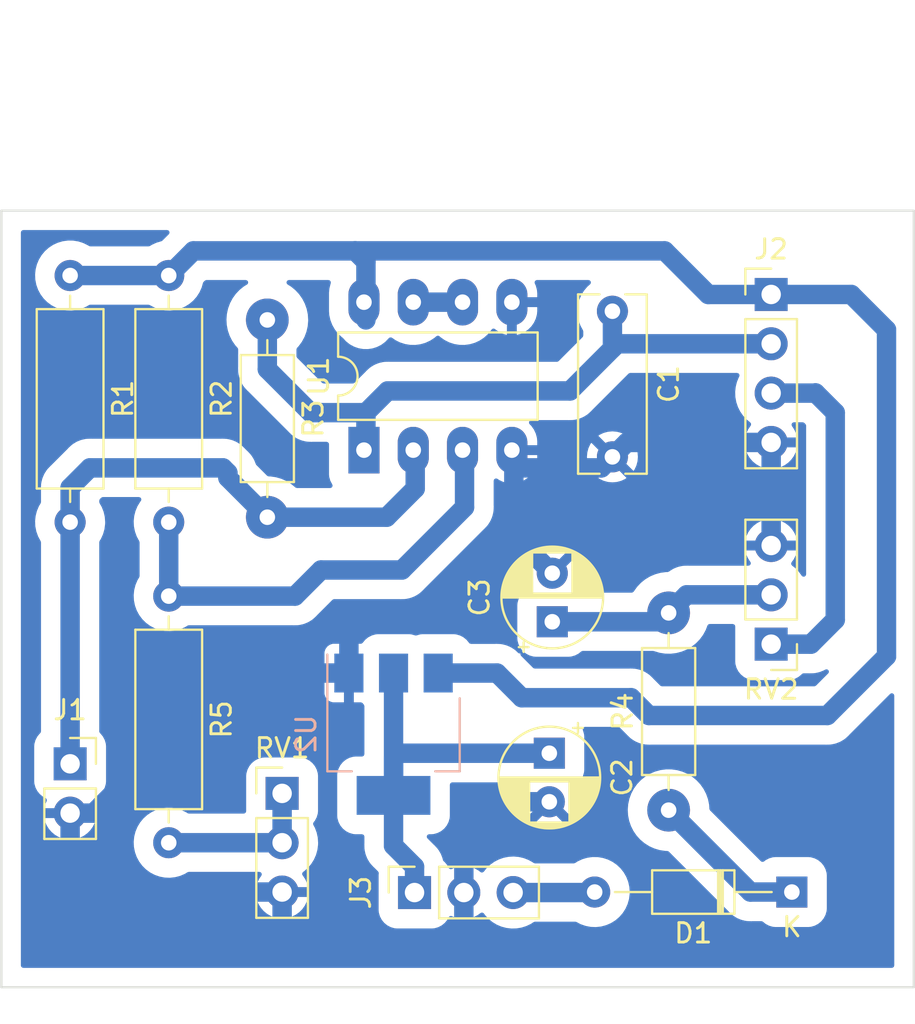
<source format=kicad_pcb>
(kicad_pcb (version 20211014) (generator pcbnew)
  (layers (0 "F.Cu" signal) (31 "B.Cu" signal) (34 "B.Paste" user) (35 "F.Paste" user) (36 "B.SilkS" user "B.Silkscreen") (37 "F.SilkS" user "F.Silkscreen") (38 "B.Mask" user) (39 "F.Mask" user) (44 "Edge.Cuts" user))
  (net 0 "")
  (net 1 "Net-(U1-Pad1)")
  (net 2 "Net-(J3-Pad1)")
  (net 3 "Net-(C3-Pad1)")
  (net 4 "Net-(D1-Pad2)")
  (net 5 "Net-(D1-Pad1)")
  (net 6 "Net-(R1-Pad2)")
  (net 7 "Net-(R1-Pad1)")
  (net 8 "Net-(J2-Pad3)")
  (net 9 "Net-(U1-Pad3)")
  (net 10 "GND")
  (net 11 "Net-(U1-Pad6)")
  (net 12 "Net-(RV1-Pad1)")
  (footprint "Connector_PinHeader_2.54mm:PinHeader_1x04_P2.54mm_Vertical" (layer "F.Cu") (at 149.6568 86.3192)
    (fp_text reference "J2" (at 0 -2.33) (layer "F.SilkS"))
    (fp_text value "OUT")
    (fp_line (start -1.33 0) (end -1.33 -1.33) (layer "F.SilkS") (width 0.12))
    (fp_line (start -1.33 1.27) (end -1.33 8.95) (layer "F.SilkS") (width 0.12))
    (fp_line (start -1.33 -1.33) (end 0 -1.33) (layer "F.SilkS") (width 0.12))
    (fp_line (start -1.33 8.95) (end 1.33 8.95) (layer "F.SilkS") (width 0.12))
    (fp_line (start 1.33 1.27) (end 1.33 8.95) (layer "F.SilkS") (width 0.12))
    (fp_line (start -1.33 1.27) (end 1.33 1.27) (layer "F.SilkS") (width 0.12))
    (pad "1" thru_hole rect (at 0 0) (size 1.7 1.7) (drill 1) (layers *.Cu *.Mask) (net 7 "Net-(R1-Pad1)"))
    (pad "2" thru_hole oval (at 0 2.54) (size 1.7 1.7) (drill 1) (layers *.Cu *.Mask) (net 1 "Net-(U1-Pad1)"))
    (pad "3" thru_hole oval (at 0 5.08) (size 1.7 1.7) (drill 1) (layers *.Cu *.Mask) (net 8 "Net-(J2-Pad3)"))
    (pad "4" thru_hole oval (at 0 7.62) (size 1.7 1.7) (drill 1) (layers *.Cu *.Mask) (net 10 "GND"))
  )
  (footprint "Capacitor_THT:CP_Radial_D5.0mm_P2.50mm" (layer "F.Cu") (at 138.3792 103.1748 90)
    (fp_text reference "C3" (at 1.25 -3.75 90) (layer "F.SilkS"))
    (fp_text value "47uF 16 V")
    (fp_line (start 2.051 1.04) (end 2.051 2.455) (layer "F.SilkS") (width 0.12))
    (fp_line (start 1.57 -2.561) (end 1.57 -1.04) (layer "F.SilkS") (width 0.12))
    (fp_line (start 3.171 1.04) (end 3.171 1.743) (layer "F.SilkS") (width 0.12))
    (fp_line (start 2.411 1.04) (end 2.411 2.31) (layer "F.SilkS") (width 0.12))
    (fp_line (start 2.371 1.04) (end 2.371 2.329) (layer "F.SilkS") (width 0.12))
    (fp_line (start 2.011 -2.468) (end 2.011 -1.04) (layer "F.SilkS") (width 0.12))
    (fp_line (start 2.611 -2.2) (end 2.611 -1.04) (layer "F.SilkS") (width 0.12))
    (fp_line (start 1.49 -2.569) (end 1.49 -1.04) (layer "F.SilkS") (width 0.12))
    (fp_line (start 2.531 1.04) (end 2.531 2.247) (layer "F.SilkS") (width 0.12))
    (fp_line (start -1.304775 -1.725) (end -1.304775 -1.225) (layer "F.SilkS") (width 0.12))
    (fp_line (start 2.491 1.04) (end 2.491 2.268) (layer "F.SilkS") (width 0.12))
    (fp_line (start 1.81 1.04) (end 1.81 2.52) (layer "F.SilkS") (width 0.12))
    (fp_line (start 2.211 -2.398) (end 2.211 -1.04) (layer "F.SilkS") (width 0.12))
    (fp_line (start 2.491 -2.268) (end 2.491 -1.04) (layer "F.SilkS") (width 0.12))
    (fp_line (start 1.65 -2.55) (end 1.65 -1.04) (layer "F.SilkS") (width 0.12))
    (fp_line (start 3.731 -0.805) (end 3.731 0.805) (layer "F.SilkS") (width 0.12))
    (fp_line (start 3.091 -1.826) (end 3.091 -1.04) (layer "F.SilkS") (width 0.12))
    (fp_line (start 3.411 -1.443) (end 3.411 -1.04) (layer "F.SilkS") (width 0.12))
    (fp_line (start 2.851 1.04) (end 2.851 2.035) (layer "F.SilkS") (width 0.12))
    (fp_line (start 3.131 1.04) (end 3.131 1.785) (layer "F.SilkS") (width 0.12))
    (fp_line (start 3.491 -1.319) (end 3.491 -1.04) (layer "F.SilkS") (width 0.12))
    (fp_line (start 1.53 -2.565) (end 1.53 -1.04) (layer "F.SilkS") (width 0.12))
    (fp_line (start 2.931 -1.971) (end 2.931 -1.04) (layer "F.SilkS") (width 0.12))
    (fp_line (start 3.211 -1.699) (end 3.211 -1.04) (layer "F.SilkS") (width 0.12))
    (fp_line (start 1.77 -2.528) (end 1.77 -1.04) (layer "F.SilkS") (width 0.12))
    (fp_line (start 3.611 -1.098) (end 3.611 1.098) (layer "F.SilkS") (width 0.12))
    (fp_line (start 2.251 1.04) (end 2.251 2.382) (layer "F.SilkS") (width 0.12))
    (fp_line (start 1.37 -2.578) (end 1.37 2.578) (layer "F.SilkS") (width 0.12))
    (fp_line (start 3.171 -1.743) (end 3.171 -1.04) (layer "F.SilkS") (width 0.12))
    (fp_line (start 2.451 1.04) (end 2.451 2.29) (layer "F.SilkS") (width 0.12))
    (fp_line (start 3.531 -1.251) (end 3.531 -1.04) (layer "F.SilkS") (width 0.12))
    (fp_line (start 1.77 1.04) (end 1.77 2.528) (layer "F.SilkS") (width 0.12))
    (fp_line (start 2.651 1.04) (end 2.651 2.175) (layer "F.SilkS") (width 0.12))
    (fp_line (start 2.171 -2.414) (end 2.171 -1.04) (layer "F.SilkS") (width 0.12))
    (fp_line (start 1.73 -2.536) (end 1.73 -1.04) (layer "F.SilkS") (width 0.12))
    (fp_line (start 3.371 1.04) (end 3.371 1.5) (layer "F.SilkS") (width 0.12))
    (fp_line (start 3.691 -0.915) (end 3.691 0.915) (layer "F.SilkS") (width 0.12))
    (fp_line (start 3.251 1.04) (end 3.251 1.653) (layer "F.SilkS") (width 0.12))
    (fp_line (start 1.41 -2.576) (end 1.41 2.576) (layer "F.SilkS") (width 0.12))
    (fp_line (start 2.691 1.04) (end 2.691 2.149) (layer "F.SilkS") (width 0.12))
    (fp_line (start 3.531 1.04) (end 3.531 1.251) (layer "F.SilkS") (width 0.12))
    (fp_line (start 1.29 -2.58) (end 1.29 2.58) (layer "F.SilkS") (width 0.12))
    (fp_line (start 2.051 -2.455) (end 2.051 -1.04) (layer "F.SilkS") (width 0.12))
    (fp_line (start 2.171 1.04) (end 2.171 2.414) (layer "F.SilkS") (width 0.12))
    (fp_line (start 1.89 1.04) (end 1.89 2.501) (layer "F.SilkS") (width 0.12))
    (fp_line (start 2.931 1.04) (end 2.931 1.971) (layer "F.SilkS") (width 0.12))
    (fp_line (start 3.651 -1.011) (end 3.651 1.011) (layer "F.SilkS") (width 0.12))
    (fp_line (start 3.451 1.04) (end 3.451 1.383) (layer "F.SilkS") (width 0.12))
    (fp_line (start 1.61 -2.556) (end 1.61 -1.04) (layer "F.SilkS") (width 0.12))
    (fp_line (start 3.011 -1.901) (end 3.011 -1.04) (layer "F.SilkS") (width 0.12))
    (fp_line (start 2.531 -2.247) (end 2.531 -1.04) (layer "F.SilkS") (width 0.12))
    (fp_line (start 3.051 -1.864) (end 3.051 -1.04) (layer "F.SilkS") (width 0.12))
    (fp_line (start 1.25 -2.58) (end 1.25 2.58) (layer "F.SilkS") (width 0.12))
    (fp_line (start 2.091 -2.442) (end 2.091 -1.04) (layer "F.SilkS") (width 0.12))
    (fp_line (start 3.371 -1.5) (end 3.371 -1.04) (layer "F.SilkS") (width 0.12))
    (fp_line (start 2.211 1.04) (end 2.211 2.398) (layer "F.SilkS") (width 0.12))
    (fp_line (start 1.65 1.04) (end 1.65 2.55) (layer "F.SilkS") (width 0.12))
    (fp_line (start 2.771 -2.095) (end 2.771 -1.04) (layer "F.SilkS") (width 0.12))
    (fp_line (start 1.69 1.04) (end 1.69 2.543) (layer "F.SilkS") (width 0.12))
    (fp_line (start 2.331 1.04) (end 2.331 2.348) (layer "F.SilkS") (width 0.12))
    (fp_line (start 1.85 1.04) (end 1.85 2.511) (layer "F.SilkS") (width 0.12))
    (fp_line (start 3.851 -0.284) (end 3.851 0.284) (layer "F.SilkS") (width 0.12))
    (fp_line (start 2.971 -1.937) (end 2.971 -1.04) (layer "F.SilkS") (width 0.12))
    (fp_line (start 3.211 1.04) (end 3.211 1.699) (layer "F.SilkS") (width 0.12))
    (fp_line (start 2.691 -2.149) (end 2.691 -1.04) (layer "F.SilkS") (width 0.12))
    (fp_line (start 1.53 1.04) (end 1.53 2.565) (layer "F.SilkS") (width 0.12))
    (fp_line (start 2.571 1.04) (end 2.571 2.224) (layer "F.SilkS") (width 0.12))
    (fp_line (start 1.93 -2.491) (end 1.93 -1.04) (layer "F.SilkS") (width 0.12))
    (fp_line (start 2.651 -2.175) (end 2.651 -1.04) (layer "F.SilkS") (width 0.12))
    (fp_line (start 1.73 1.04) (end 1.73 2.536) (layer "F.SilkS") (width 0.12))
    (fp_line (start 2.291 1.04) (end 2.291 2.365) (layer "F.SilkS") (width 0.12))
    (fp_line (start 3.051 1.04) (end 3.051 1.864) (layer "F.SilkS") (width 0.12))
    (fp_line (start 3.251 -1.653) (end 3.251 -1.04) (layer "F.SilkS") (width 0.12))
    (fp_line (start -1.554775 -1.475) (end -1.054775 -1.475) (layer "F.SilkS") (width 0.12))
    (fp_line (start 2.731 1.04) (end 2.731 2.122) (layer "F.SilkS") (width 0.12))
    (fp_line (start 1.971 1.04) (end 1.971 2.48) (layer "F.SilkS") (width 0.12))
    (fp_line (start 3.131 -1.785) (end 3.131 -1.04) (layer "F.SilkS") (width 0.12))
    (fp_line (start 3.091 1.04) (end 3.091 1.826) (layer "F.SilkS") (width 0.12))
    (fp_line (start 3.411 1.04) (end 3.411 1.443) (layer "F.SilkS") (width 0.12))
    (fp_line (start 2.131 1.04) (end 2.131 2.428) (layer "F.SilkS") (width 0.12))
    (fp_line (start 2.411 -2.31) (end 2.411 -1.04) (layer "F.SilkS") (width 0.12))
    (fp_line (start 3.291 1.04) (end 3.291 1.605) (layer "F.SilkS") (width 0.12))
    (fp_line (start 2.971 1.04) (end 2.971 1.937) (layer "F.SilkS") (width 0.12))
    (fp_line (start 2.131 -2.428) (end 2.131 -1.04) (layer "F.SilkS") (width 0.12))
    (fp_line (start 1.81 -2.52) (end 1.81 -1.04) (layer "F.SilkS") (width 0.12))
    (fp_line (start 1.57 1.04) (end 1.57 2.561) (layer "F.SilkS") (width 0.12))
    (fp_line (start 2.091 1.04) (end 2.091 2.442) (layer "F.SilkS") (width 0.12))
    (fp_line (start 2.571 -2.224) (end 2.571 -1.04) (layer "F.SilkS") (width 0.12))
    (fp_line (start 1.61 1.04) (end 1.61 2.556) (layer "F.SilkS") (width 0.12))
    (fp_line (start 2.771 1.04) (end 2.771 2.095) (layer "F.SilkS") (width 0.12))
    (fp_line (start 3.771 -0.677) (end 3.771 0.677) (layer "F.SilkS") (width 0.12))
    (fp_line (start 1.971 -2.48) (end 1.971 -1.04) (layer "F.SilkS") (width 0.12))
    (fp_line (start 1.89 -2.501) (end 1.89 -1.04) (layer "F.SilkS") (width 0.12))
    (fp_line (start 3.451 -1.383) (end 3.451 -1.04) (layer "F.SilkS") (width 0.12))
    (fp_line (start 1.33 -2.579) (end 1.33 2.579) (layer "F.SilkS") (width 0.12))
    (fp_line (start 1.85 -2.511) (end 1.85 -1.04) (layer "F.SilkS") (width 0.12))
    (fp_line (start 2.731 -2.122) (end 2.731 -1.04) (layer "F.SilkS") (width 0.12))
    (fp_line (start 2.611 1.04) (end 2.611 2.2) (layer "F.SilkS") (width 0.12))
    (fp_line (start 1.45 -2.573) (end 1.45 2.573) (layer "F.SilkS") (width 0.12))
    (fp_line (start 3.011 1.04) (end 3.011 1.901) (layer "F.SilkS") (width 0.12))
    (fp_line (start 2.851 -2.035) (end 2.851 -1.04) (layer "F.SilkS") (width 0.12))
    (fp_line (start 3.331 1.04) (end 3.331 1.554) (layer "F.SilkS") (width 0.12))
    (fp_line (start 2.891 1.04) (end 2.891 2.004) (layer "F.SilkS") (width 0.12))
    (fp_line (start 3.491 1.04) (end 3.491 1.319) (layer "F.SilkS") (width 0.12))
    (fp_line (start 3.331 -1.554) (end 3.331 -1.04) (layer "F.SilkS") (width 0.12))
    (fp_line (start 1.69 -2.543) (end 1.69 -1.04) (layer "F.SilkS") (width 0.12))
    (fp_line (start 3.811 -0.518) (end 3.811 0.518) (layer "F.SilkS") (width 0.12))
    (fp_line (start 2.891 -2.004) (end 2.891 -1.04) (layer "F.SilkS") (width 0.12))
    (fp_line (start 3.571 -1.178) (end 3.571 1.178) (layer "F.SilkS") (width 0.12))
    (fp_line (start 2.011 1.04) (end 2.011 2.468) (layer "F.SilkS") (width 0.12))
    (fp_line (start 2.811 1.04) (end 2.811 2.065) (layer "F.SilkS") (width 0.12))
    (fp_line (start 2.331 -2.348) (end 2.331 -1.04) (layer "F.SilkS") (width 0.12))
    (fp_line (start 2.371 -2.329) (end 2.371 -1.04) (layer "F.SilkS") (width 0.12))
    (fp_line (start 2.451 -2.29) (end 2.451 -1.04) (layer "F.SilkS") (width 0.12))
    (fp_line (start 2.291 -2.365) (end 2.291 -1.04) (layer "F.SilkS") (width 0.12))
    (fp_line (start 1.93 1.04) (end 1.93 2.491) (layer "F.SilkS") (width 0.12))
    (fp_line (start 2.811 -2.065) (end 2.811 -1.04) (layer "F.SilkS") (width 0.12))
    (fp_line (start 3.291 -1.605) (end 3.291 -1.04) (layer "F.SilkS") (width 0.12))
    (fp_line (start 2.251 -2.382) (end 2.251 -1.04) (layer "F.SilkS") (width 0.12))
    (fp_line (start 1.49 1.04) (end 1.49 2.569) (layer "F.SilkS") (width 0.12))
    (fp_circle (center 1.25 0) (end 3.87 0) (layer "F.SilkS") (width 0.12) (fill none))
    (pad "1" thru_hole rect (at 0 0 90) (size 1.6 1.6) (drill 0.8) (layers *.Cu *.Mask) (net 3 "Net-(C3-Pad1)"))
    (pad "2" thru_hole circle (at 2.5 0 90) (size 1.6 1.6) (drill 0.8) (layers *.Cu *.Mask) (net 10 "GND"))
  )
  (footprint "Package_DIP:DIP-8_W7.62mm_LongPads" (layer "F.Cu") (at 128.6764 94.3356 90)
    (fp_text reference "U1" (at 3.81 -2.33 90) (layer "F.SilkS"))
    (fp_text value "TL072")
    (fp_line (start 2.81 -1.33) (end 1.56 -1.33) (layer "F.SilkS") (width 0.12))
    (fp_line (start 1.56 -1.33) (end 1.56 8.95) (layer "F.SilkS") (width 0.12))
    (fp_line (start 6.06 8.95) (end 6.06 -1.33) (layer "F.SilkS") (width 0.12))
    (fp_line (start 1.56 8.95) (end 6.06 8.95) (layer "F.SilkS") (width 0.12))
    (fp_line (start 6.06 -1.33) (end 4.81 -1.33) (layer "F.SilkS") (width 0.12))
    (fp_arc (start 4.81 -1.33) (mid 3.81 -0.33) (end 2.81 -1.33) (layer "F.SilkS") (width 0.12))
    (pad "1" thru_hole rect (at 0 0 90) (size 2.4 1.6) (drill 0.8) (layers *.Cu *.Mask) (net 1 "Net-(U1-Pad1)"))
    (pad "2" thru_hole oval (at 0 2.54 90) (size 2.4 1.6) (drill 0.8) (layers *.Cu *.Mask) (net 6 "Net-(R1-Pad2)"))
    (pad "3" thru_hole oval (at 0 5.08 90) (size 2.4 1.6) (drill 0.8) (layers *.Cu *.Mask) (net 9 "Net-(U1-Pad3)"))
    (pad "4" thru_hole oval (at 0 7.62 90) (size 2.4 1.6) (drill 0.8) (layers *.Cu *.Mask) (net 10 "GND"))
    (pad "5" thru_hole oval (at 7.62 7.62 90) (size 2.4 1.6) (drill 0.8) (layers *.Cu *.Mask) (net 10 "GND"))
    (pad "6" thru_hole oval (at 7.62 5.08 90) (size 2.4 1.6) (drill 0.8) (layers *.Cu *.Mask) (net 11 "Net-(U1-Pad6)"))
    (pad "7" thru_hole oval (at 7.62 2.54 90) (size 2.4 1.6) (drill 0.8) (layers *.Cu *.Mask) (net 11 "Net-(U1-Pad6)"))
    (pad "8" thru_hole oval (at 7.62 0 90) (size 2.4 1.6) (drill 0.8) (layers *.Cu *.Mask) (net 7 "Net-(R1-Pad1)"))
  )
  (footprint "Resistor_THT:R_Axial_DIN0309_L9.0mm_D3.2mm_P12.70mm_Horizontal" (layer "F.Cu") (at 113.538 85.344 -90)
    (fp_text reference "R1" (at 6.35 -2.72 90) (layer "F.SilkS"))
    (fp_text value "120R 1W 1%")
    (fp_line (start 1.04 0) (end 1.73 0) (layer "F.SilkS") (width 0.12))
    (fp_line (start 1.73 -1.72) (end 1.73 1.72) (layer "F.SilkS") (width 0.12))
    (fp_line (start 10.97 1.72) (end 10.97 -1.72) (layer "F.SilkS") (width 0.12))
    (fp_line (start 1.73 1.72) (end 10.97 1.72) (layer "F.SilkS") (width 0.12))
    (fp_line (start 11.66 0) (end 10.97 0) (layer "F.SilkS") (width 0.12))
    (fp_line (start 10.97 -1.72) (end 1.73 -1.72) (layer "F.SilkS") (width 0.12))
    (pad "1" thru_hole circle (at 0 0 270) (size 1.6 1.6) (drill 0.8) (layers *.Cu *.Mask) (net 7 "Net-(R1-Pad1)"))
    (pad "2" thru_hole oval (at 12.7 0 270) (size 1.6 1.6) (drill 0.8) (layers *.Cu *.Mask) (net 6 "Net-(R1-Pad2)"))
  )
  (footprint "Resistor_THT:R_Axial_DIN0207_L6.3mm_D2.5mm_P10.16mm_HorBigPad" (layer "F.Cu") (at 123.698 87.63 -90)
    (fp_text reference "R3" (at 5.08 -2.37 90) (layer "F.SilkS"))
    (fp_text value "2K2 1/4W 1%")
    (fp_line (start 8.35 1.37) (end 8.35 -1.37) (layer "F.SilkS") (width 0.12))
    (fp_line (start 1.81 -1.37) (end 1.81 1.37) (layer "F.SilkS") (width 0.12))
    (fp_line (start 1.04 0) (end 1.81 0) (layer "F.SilkS") (width 0.12))
    (fp_line (start 9.12 0) (end 8.35 0) (layer "F.SilkS") (width 0.12))
    (fp_line (start 1.81 1.37) (end 8.35 1.37) (layer "F.SilkS") (width 0.12))
    (fp_line (start 8.35 -1.37) (end 1.81 -1.37) (layer "F.SilkS") (width 0.12))
    (pad "1" thru_hole circle (at 0 0 270) (size 2.2 2.2) (drill 0.8) (layers *.Cu *.Mask) (net 1 "Net-(U1-Pad1)"))
    (pad "2" thru_hole oval (at 10.16 0 270) (size 2.2 2.2) (drill 0.8) (layers *.Cu *.Mask) (net 6 "Net-(R1-Pad2)"))
  )
  (footprint "Connector_PinSocket_2.54mm:PinSocket_1x03_P2.54mm_Vertical" (layer "F.Cu") (at 131.2822 117.1198 90)
    (fp_text reference "J3" (at 0 -2.77 90) (layer "F.SilkS"))
    (fp_text value "Conn_01x03_Male")
    (fp_line (start 1.33 -1.33) (end 1.33 0) (layer "F.SilkS") (width 0.12))
    (fp_line (start -1.33 1.27) (end 1.33 1.27) (layer "F.SilkS") (width 0.12))
    (fp_line (start 0 -1.33) (end 1.33 -1.33) (layer "F.SilkS") (width 0.12))
    (fp_line (start 1.33 1.27) (end 1.33 6.41) (layer "F.SilkS") (width 0.12))
    (fp_line (start -1.33 1.27) (end -1.33 6.41) (layer "F.SilkS") (width 0.12))
    (fp_line (start -1.33 6.41) (end 1.33 6.41) (layer "F.SilkS") (width 0.12))
    (pad "1" thru_hole rect (at 0 0 90) (size 1.7 1.7) (drill 1) (layers *.Cu *.Mask) (net 2 "Net-(J3-Pad1)"))
    (pad "2" thru_hole oval (at 0 2.54 90) (size 1.7 1.7) (drill 1) (layers *.Cu *.Mask) (net 10 "GND"))
    (pad "3" thru_hole oval (at 0 5.08 90) (size 1.7 1.7) (drill 1) (layers *.Cu *.Mask) (net 4 "Net-(D1-Pad2)"))
  )
  (footprint "Connector_PinHeader_2.54mm:PinHeader_1x03_P2.54mm_Vertical" (layer "F.Cu") (at 149.6568 104.3282 180)
    (fp_text reference "RV2" (at 0 -2.33) (layer "F.SilkS"))
    (fp_text value "50K")
    (fp_line (start -1.33 0) (end -1.33 -1.33) (layer "F.SilkS") (width 0.12))
    (fp_line (start -1.33 1.27) (end -1.33 6.41) (layer "F.SilkS") (width 0.12))
    (fp_line (start 1.33 1.27) (end 1.33 6.41) (layer "F.SilkS") (width 0.12))
    (fp_line (start -1.33 -1.33) (end 0 -1.33) (layer "F.SilkS") (width 0.12))
    (fp_line (start -1.33 1.27) (end 1.33 1.27) (layer "F.SilkS") (width 0.12))
    (fp_line (start -1.33 6.41) (end 1.33 6.41) (layer "F.SilkS") (width 0.12))
    (pad "1" thru_hole rect (at 0 0 180) (size 1.7 1.7) (drill 1) (layers *.Cu *.Mask) (net 8 "Net-(J2-Pad3)"))
    (pad "2" thru_hole oval (at 0 2.54 180) (size 1.7 1.7) (drill 1) (layers *.Cu *.Mask) (net 3 "Net-(C3-Pad1)"))
    (pad "3" thru_hole oval (at 0 5.08 180) (size 1.7 1.7) (drill 1) (layers *.Cu *.Mask) (net 10 "GND"))
  )
  (footprint "Resistor_THT:R_Axial_DIN0309_L9.0mm_D3.2mm_P12.70mm_Horizontal" (layer "F.Cu") (at 118.618 101.854 -90)
    (fp_text reference "R5" (at 6.35 -2.72 90) (layer "F.SilkS"))
    (fp_text value "47R 1W 1%")
    (fp_line (start 11.66 0) (end 10.97 0) (layer "F.SilkS") (width 0.12))
    (fp_line (start 1.04 0) (end 1.73 0) (layer "F.SilkS") (width 0.12))
    (fp_line (start 1.73 1.72) (end 10.97 1.72) (layer "F.SilkS") (width 0.12))
    (fp_line (start 1.73 -1.72) (end 1.73 1.72) (layer "F.SilkS") (width 0.12))
    (fp_line (start 10.97 1.72) (end 10.97 -1.72) (layer "F.SilkS") (width 0.12))
    (fp_line (start 10.97 -1.72) (end 1.73 -1.72) (layer "F.SilkS") (width 0.12))
    (pad "1" thru_hole circle (at 0 0 270) (size 1.6 1.6) (drill 0.8) (layers *.Cu *.Mask) (net 9 "Net-(U1-Pad3)"))
    (pad "2" thru_hole oval (at 12.7 0 270) (size 1.6 1.6) (drill 0.8) (layers *.Cu *.Mask) (net 12 "Net-(RV1-Pad1)"))
  )
  (footprint "Capacitor_THT:C_Rect_L9.0mm_W3.3mm_P7.50mm_MKT" (layer "F.Cu") (at 141.478 87.182 -90)
    (fp_text reference "C1" (at 3.75 -2.9 90) (layer "F.SilkS"))
    (fp_text value "220nF")
    (fp_line (start -0.87 1.77) (end 8.37 1.77) (layer "F.SilkS") (width 0.12))
    (fp_line (start -0.87 -1.77) (end 8.37 -1.77) (layer "F.SilkS") (width 0.12))
    (fp_line (start -0.87 -1.77) (end -0.87 -0.665) (layer "F.SilkS") (width 0.12))
    (fp_line (start 8.37 0.665) (end 8.37 1.77) (layer "F.SilkS") (width 0.12))
    (fp_line (start -0.87 0.665) (end -0.87 1.77) (layer "F.SilkS") (width 0.12))
    (fp_line (start 8.37 -1.77) (end 8.37 -0.665) (layer "F.SilkS") (width 0.12))
    (pad "1" thru_hole circle (at 0 0 270) (size 1.6 1.6) (drill 0.8) (layers *.Cu *.Mask) (net 1 "Net-(U1-Pad1)"))
    (pad "2" thru_hole circle (at 7.5 0 270) (size 1.6 1.6) (drill 0.8) (layers *.Cu *.Mask) (net 10 "GND"))
  )
  (footprint "Capacitor_THT:CP_Radial_D5.0mm_P2.50mm" (layer "F.Cu") (at 138.2268 109.945288 -90)
    (fp_text reference "C2" (at 1.25 -3.75 90) (layer "F.SilkS"))
    (fp_text value "100uF 16 V")
    (fp_line (start 1.69 -2.543) (end 1.69 -1.04) (layer "F.SilkS") (width 0.12))
    (fp_line (start 3.531 1.04) (end 3.531 1.251) (layer "F.SilkS") (width 0.12))
    (fp_line (start 2.211 1.04) (end 2.211 2.398) (layer "F.SilkS") (width 0.12))
    (fp_line (start 1.65 1.04) (end 1.65 2.55) (layer "F.SilkS") (width 0.12))
    (fp_line (start 2.891 1.04) (end 2.891 2.004) (layer "F.SilkS") (width 0.12))
    (fp_line (start 3.011 1.04) (end 3.011 1.901) (layer "F.SilkS") (width 0.12))
    (fp_line (start 2.931 1.04) (end 2.931 1.971) (layer "F.SilkS") (width 0.12))
    (fp_line (start 1.65 -2.55) (end 1.65 -1.04) (layer "F.SilkS") (width 0.12))
    (fp_line (start 1.81 -2.52) (end 1.81 -1.04) (layer "F.SilkS") (width 0.12))
    (fp_line (start 1.61 1.04) (end 1.61 2.556) (layer "F.SilkS") (width 0.12))
    (fp_line (start 3.371 -1.5) (end 3.371 -1.04) (layer "F.SilkS") (width 0.12))
    (fp_line (start 2.691 -2.149) (end 2.691 -1.04) (layer "F.SilkS") (width 0.12))
    (fp_line (start 1.37 -2.578) (end 1.37 2.578) (layer "F.SilkS") (width 0.12))
    (fp_line (start 2.451 1.04) (end 2.451 2.29) (layer "F.SilkS") (width 0.12))
    (fp_line (start 2.651 1.04) (end 2.651 2.175) (layer "F.SilkS") (width 0.12))
    (fp_line (start 3.771 -0.677) (end 3.771 0.677) (layer "F.SilkS") (width 0.12))
    (fp_line (start 3.131 -1.785) (end 3.131 -1.04) (layer "F.SilkS") (width 0.12))
    (fp_line (start 1.61 -2.556) (end 1.61 -1.04) (layer "F.SilkS") (width 0.12))
    (fp_line (start 3.251 -1.653) (end 3.251 -1.04) (layer "F.SilkS") (width 0.12))
    (fp_line (start 2.851 -2.035) (end 2.851 -1.04) (layer "F.SilkS") (width 0.12))
    (fp_line (start 1.49 1.04) (end 1.49 2.569) (layer "F.SilkS") (width 0.12))
    (fp_line (start 2.131 1.04) (end 2.131 2.428) (layer "F.SilkS") (width 0.12))
    (fp_line (start 1.85 -2.511) (end 1.85 -1.04) (layer "F.SilkS") (width 0.12))
    (fp_line (start 3.211 -1.699) (end 3.211 -1.04) (layer "F.SilkS") (width 0.12))
    (fp_line (start 1.53 -2.565) (end 1.53 -1.04) (layer "F.SilkS") (width 0.12))
    (fp_line (start 3.731 -0.805) (end 3.731 0.805) (layer "F.SilkS") (width 0.12))
    (fp_line (start 3.331 1.04) (end 3.331 1.554) (layer "F.SilkS") (width 0.12))
    (fp_line (start 2.491 1.04) (end 2.491 2.268) (layer "F.SilkS") (width 0.12))
    (fp_line (start 3.491 1.04) (end 3.491 1.319) (layer "F.SilkS") (width 0.12))
    (fp_line (start 3.411 -1.443) (end 3.411 -1.04) (layer "F.SilkS") (width 0.12))
    (fp_line (start 1.89 1.04) (end 1.89 2.501) (layer "F.SilkS") (width 0.12))
    (fp_line (start 1.85 1.04) (end 1.85 2.511) (layer "F.SilkS") (width 0.12))
    (fp_line (start 3.571 -1.178) (end 3.571 1.178) (layer "F.SilkS") (width 0.12))
    (fp_line (start 3.371 1.04) (end 3.371 1.5) (layer "F.SilkS") (width 0.12))
    (fp_line (start 2.611 1.04) (end 2.611 2.2) (layer "F.SilkS") (width 0.12))
    (fp_line (start 3.411 1.04) (end 3.411 1.443) (layer "F.SilkS") (width 0.12))
    (fp_line (start 1.93 1.04) (end 1.93 2.491) (layer "F.SilkS") (width 0.12))
    (fp_line (start 3.171 -1.743) (end 3.171 -1.04) (layer "F.SilkS") (width 0.12))
    (fp_line (start 3.211 1.04) (end 3.211 1.699) (layer "F.SilkS") (width 0.12))
    (fp_line (start 2.051 -2.455) (end 2.051 -1.04) (layer "F.SilkS") (width 0.12))
    (fp_line (start 2.371 1.04) (end 2.371 2.329) (layer "F.SilkS") (width 0.12))
    (fp_line (start 1.25 -2.58) (end 1.25 2.58) (layer "F.SilkS") (width 0.12))
    (fp_line (start 1.73 -2.536) (end 1.73 -1.04) (layer "F.SilkS") (width 0.12))
    (fp_line (start 2.531 1.04) (end 2.531 2.247) (layer "F.SilkS") (width 0.12))
    (fp_line (start 3.131 1.04) (end 3.131 1.785) (layer "F.SilkS") (width 0.12))
    (fp_line (start 3.611 -1.098) (end 3.611 1.098) (layer "F.SilkS") (width 0.12))
    (fp_line (start 2.371 -2.329) (end 2.371 -1.04) (layer "F.SilkS") (width 0.12))
    (fp_line (start 2.091 -2.442) (end 2.091 -1.04) (layer "F.SilkS") (width 0.12))
    (fp_line (start 2.131 -2.428) (end 2.131 -1.04) (layer "F.SilkS") (width 0.12))
    (fp_line (start 2.011 -2.468) (end 2.011 -1.04) (layer "F.SilkS") (width 0.12))
    (fp_line (start 3.851 -0.284) (end 3.851 0.284) (layer "F.SilkS") (width 0.12))
    (fp_line (start 3.691 -0.915) (end 3.691 0.915) (layer "F.SilkS") (width 0.12))
    (fp_line (start 3.091 1.04) (end 3.091 1.826) (layer "F.SilkS") (width 0.12))
    (fp_line (start 3.811 -0.518) (end 3.811 0.518) (layer "F.SilkS") (width 0.12))
    (fp_line (start 3.011 -1.901) (end 3.011 -1.04) (layer "F.SilkS") (width 0.12))
    (fp_line (start 1.29 -2.58) (end 1.29 2.58) (layer "F.SilkS") (width 0.12))
    (fp_line (start 2.411 -2.31) (end 2.411 -1.04) (layer "F.SilkS") (width 0.12))
    (fp_line (start 1.89 -2.501) (end 1.89 -1.04) (layer "F.SilkS") (width 0.12))
    (fp_line (start 3.531 -1.251) (end 3.531 -1.04) (layer "F.SilkS") (width 0.12))
    (fp_line (start 2.291 -2.365) (end 2.291 -1.04) (layer "F.SilkS") (width 0.12))
    (fp_line (start 1.77 1.04) (end 1.77 2.528) (layer "F.SilkS") (width 0.12))
    (fp_line (start 2.731 1.04) (end 2.731 2.122) (layer "F.SilkS") (width 0.12))
    (fp_line (start 3.451 1.04) (end 3.451 1.383) (layer "F.SilkS") (width 0.12))
    (fp_line (start 3.051 1.04) (end 3.051 1.864) (layer "F.SilkS") (width 0.12))
    (fp_line (start 2.531 -2.247) (end 2.531 -1.04) (layer "F.SilkS") (width 0.12))
    (fp_line (start 2.051 1.04) (end 2.051 2.455) (layer "F.SilkS") (width 0.12))
    (fp_line (start 3.051 -1.864) (end 3.051 -1.04) (layer "F.SilkS") (width 0.12))
    (fp_line (start 2.811 -2.065) (end 2.811 -1.04) (layer "F.SilkS") (width 0.12))
    (fp_line (start 2.851 1.04) (end 2.851 2.035) (layer "F.SilkS") (width 0.12))
    (fp_line (start 2.811 1.04) (end 2.811 2.065) (layer "F.SilkS") (width 0.12))
    (fp_line (start 2.331 1.04) (end 2.331 2.348) (layer "F.SilkS") (width 0.12))
    (fp_line (start 1.77 -2.528) (end 1.77 -1.04) (layer "F.SilkS") (width 0.12))
    (fp_line (start 2.971 1.04) (end 2.971 1.937) (layer "F.SilkS") (width 0.12))
    (fp_line (start 3.171 1.04) (end 3.171 1.743) (layer "F.SilkS") (width 0.12))
    (fp_line (start 2.971 -1.937) (end 2.971 -1.04) (layer "F.SilkS") (width 0.12))
    (fp_line (start 1.93 -2.491) (end 1.93 -1.04) (layer "F.SilkS") (width 0.12))
    (fp_line (start 2.771 -2.095) (end 2.771 -1.04) (layer "F.SilkS") (width 0.12))
    (fp_line (start 2.171 1.04) (end 2.171 2.414) (layer "F.SilkS") (width 0.12))
    (fp_line (start 2.611 -2.2) (end 2.611 -1.04) (layer "F.SilkS") (width 0.12))
    (fp_line (start 2.651 -2.175) (end 2.651 -1.04) (layer "F.SilkS") (width 0.12))
    (fp_line (start 2.491 -2.268) (end 2.491 -1.04) (layer "F.SilkS") (width 0.12))
    (fp_line (start 1.57 -2.561) (end 1.57 -1.04) (layer "F.SilkS") (width 0.12))
    (fp_line (start 2.891 -2.004) (end 2.891 -1.04) (layer "F.SilkS") (width 0.12))
    (fp_line (start 3.331 -1.554) (end 3.331 -1.04) (layer "F.SilkS") (width 0.12))
    (fp_line (start 2.411 1.04) (end 2.411 2.31) (layer "F.SilkS") (width 0.12))
    (fp_line (start 2.171 -2.414) (end 2.171 -1.04) (layer "F.SilkS") (width 0.12))
    (fp_line (start 2.291 1.04) (end 2.291 2.365) (layer "F.SilkS") (width 0.12))
    (fp_line (start 1.69 1.04) (end 1.69 2.543) (layer "F.SilkS") (width 0.12))
    (fp_line (start -1.304775 -1.725) (end -1.304775 -1.225) (layer "F.SilkS") (width 0.12))
    (fp_line (start 1.53 1.04) (end 1.53 2.565) (layer "F.SilkS") (width 0.12))
    (fp_line (start 2.251 1.04) (end 2.251 2.382) (layer "F.SilkS") (width 0.12))
    (fp_line (start 2.251 -2.382) (end 2.251 -1.04) (layer "F.SilkS") (width 0.12))
    (fp_line (start 2.451 -2.29) (end 2.451 -1.04) (layer "F.SilkS") (width 0.12))
    (fp_line (start 2.011 1.04) (end 2.011 2.468) (layer "F.SilkS") (width 0.12))
    (fp_line (start 3.491 -1.319) (end 3.491 -1.04) (layer "F.SilkS") (width 0.12))
    (fp_line (start 2.771 1.04) (end 2.771 2.095) (layer "F.SilkS") (width 0.12))
    (fp_line (start 2.731 -2.122) (end 2.731 -1.04) (layer "F.SilkS") (width 0.12))
    (fp_line (start 1.81 1.04) (end 1.81 2.52) (layer "F.SilkS") (width 0.12))
    (fp_line (start 1.41 -2.576) (end 1.41 2.576) (layer "F.SilkS") (width 0.12))
    (fp_line (start 2.331 -2.348) (end 2.331 -1.04) (layer "F.SilkS") (width 0.12))
    (fp_line (start 3.251 1.04) (end 3.251 1.653) (layer "F.SilkS") (width 0.12))
    (fp_line (start 2.571 1.04) (end 2.571 2.224) (layer "F.SilkS") (width 0.12))
    (fp_line (start 1.73 1.04) (end 1.73 2.536) (layer "F.SilkS") (width 0.12))
    (fp_line (start 2.091 1.04) (end 2.091 2.442) (layer "F.SilkS") (width 0.12))
    (fp_line (start 2.211 -2.398) (end 2.211 -1.04) (layer "F.SilkS") (width 0.12))
    (fp_line (start 1.49 -2.569) (end 1.49 -1.04) (layer "F.SilkS") (width 0.12))
    (fp_line (start 1.33 -2.579) (end 1.33 2.579) (layer "F.SilkS") (width 0.12))
    (fp_line (start 3.651 -1.011) (end 3.651 1.011) (layer "F.SilkS") (width 0.12))
    (fp_line (start 1.971 -2.48) (end 1.971 -1.04) (layer "F.SilkS") (width 0.12))
    (fp_line (start 3.451 -1.383) (end 3.451 -1.04) (layer "F.SilkS") (width 0.12))
    (fp_line (start 2.571 -2.224) (end 2.571 -1.04) (layer "F.SilkS") (width 0.12))
    (fp_line (start -1.554775 -1.475) (end -1.054775 -1.475) (layer "F.SilkS") (width 0.12))
    (fp_line (start 2.691 1.04) (end 2.691 2.149) (layer "F.SilkS") (width 0.12))
    (fp_line (start 3.291 -1.605) (end 3.291 -1.04) (layer "F.SilkS") (width 0.12))
    (fp_line (start 1.971 1.04) (end 1.971 2.48) (layer "F.SilkS") (width 0.12))
    (fp_line (start 1.57 1.04) (end 1.57 2.561) (layer "F.SilkS") (width 0.12))
    (fp_line (start 2.931 -1.971) (end 2.931 -1.04) (layer "F.SilkS") (width 0.12))
    (fp_line (start 3.291 1.04) (end 3.291 1.605) (layer "F.SilkS") (width 0.12))
    (fp_line (start 1.45 -2.573) (end 1.45 2.573) (layer "F.SilkS") (width 0.12))
    (fp_line (start 3.091 -1.826) (end 3.091 -1.04) (layer "F.SilkS") (width 0.12))
    (fp_circle (center 1.25 0) (end 3.87 0) (layer "F.SilkS") (width 0.12) (fill none))
    (pad "1" thru_hole rect (at 0 0 270) (size 1.6 1.6) (drill 0.8) (layers *.Cu *.Mask) (net 2 "Net-(J3-Pad1)"))
    (pad "2" thru_hole circle (at 2.5 0 270) (size 1.6 1.6) (drill 0.8) (layers *.Cu *.Mask) (net 10 "GND"))
  )
  (footprint "Diode_THT:D_DO-35_SOD27_P10.16mm_Horizontal" (layer "F.Cu") (at 150.7236 117.094 180)
    (fp_text reference "D1" (at 5.08 -2.12) (layer "F.SilkS"))
    (fp_text value "1N60")
    (fp_text user "K" (at 0 -1.8) (layer "F.SilkS"))
    (fp_line (start 7.2 -1.12) (end 2.96 -1.12) (layer "F.SilkS") (width 0.12))
    (fp_line (start 7.2 1.12) (end 7.2 -1.12) (layer "F.SilkS") (width 0.12))
    (fp_line (start 3.56 -1.12) (end 3.56 1.12) (layer "F.SilkS") (width 0.12))
    (fp_line (start 1.04 0) (end 2.96 0) (layer "F.SilkS") (width 0.12))
    (fp_line (start 3.8 -1.12) (end 3.8 1.12) (layer "F.SilkS") (width 0.12))
    (fp_line (start 2.96 -1.12) (end 2.96 1.12) (layer "F.SilkS") (width 0.12))
    (fp_line (start 9.12 0) (end 7.2 0) (layer "F.SilkS") (width 0.12))
    (fp_line (start 2.96 1.12) (end 7.2 1.12) (layer "F.SilkS") (width 0.12))
    (fp_line (start 3.68 -1.12) (end 3.68 1.12) (layer "F.SilkS") (width 0.12))
    (pad "1" thru_hole rect (at 0 0 180) (size 1.6 1.6) (drill 0.8) (layers *.Cu *.Mask) (net 5 "Net-(D1-Pad1)"))
    (pad "2" thru_hole oval (at 10.16 0 180) (size 1.6 1.6) (drill 0.8) (layers *.Cu *.Mask) (net 4 "Net-(D1-Pad2)"))
  )
  (footprint "Resistor_THT:R_Axial_DIN0207_L6.3mm_D2.5mm_P10.16mm_HorBigPad" (layer "F.Cu") (at 144.3736 112.8776 90)
    (fp_text reference "R4" (at 5.08 -2.37 90) (layer "F.SilkS"))
    (fp_text value "4K7 1/4W 1%")
    (fp_line (start 1.81 1.37) (end 8.35 1.37) (layer "F.SilkS") (width 0.12))
    (fp_line (start 1.04 0) (end 1.81 0) (layer "F.SilkS") (width 0.12))
    (fp_line (start 8.35 1.37) (end 8.35 -1.37) (layer "F.SilkS") (width 0.12))
    (fp_line (start 1.81 -1.37) (end 1.81 1.37) (layer "F.SilkS") (width 0.12))
    (fp_line (start 9.12 0) (end 8.35 0) (layer "F.SilkS") (width 0.12))
    (fp_line (start 8.35 -1.37) (end 1.81 -1.37) (layer "F.SilkS") (width 0.12))
    (pad "1" thru_hole circle (at 0 0 90) (size 2.2 2.2) (drill 0.8) (layers *.Cu *.Mask) (net 5 "Net-(D1-Pad1)"))
    (pad "2" thru_hole oval (at 10.16 0 90) (size 2.2 2.2) (drill 0.8) (layers *.Cu *.Mask) (net 3 "Net-(C3-Pad1)"))
  )
  (footprint "Connector_PinSocket_2.54mm:PinSocket_1x02_P2.54mm_Vertical" (layer "F.Cu") (at 113.538 110.49)
    (fp_text reference "J1" (at 0 -2.77) (layer "F.SilkS"))
    (fp_text value "PT100")
    (fp_line (start -1.33 3.87) (end 1.33 3.87) (layer "F.SilkS") (width 0.12))
    (fp_line (start 0 -1.33) (end 1.33 -1.33) (layer "F.SilkS") (width 0.12))
    (fp_line (start 1.33 -1.33) (end 1.33 0) (layer "F.SilkS") (width 0.12))
    (fp_line (start -1.33 1.27) (end -1.33 3.87) (layer "F.SilkS") (width 0.12))
    (fp_line (start -1.33 1.27) (end 1.33 1.27) (layer "F.SilkS") (width 0.12))
    (fp_line (start 1.33 1.27) (end 1.33 3.87) (layer "F.SilkS") (width 0.12))
    (pad "1" thru_hole rect (at 0 0) (size 1.7 1.7) (drill 1) (layers *.Cu *.Mask) (net 6 "Net-(R1-Pad2)"))
    (pad "2" thru_hole oval (at 0 2.54) (size 1.7 1.7) (drill 1) (layers *.Cu *.Mask) (net 10 "GND"))
  )
  (footprint "Resistor_THT:R_Axial_DIN0309_L9.0mm_D3.2mm_P12.70mm_Horizontal" (layer "F.Cu") (at 118.618 85.344 -90)
    (fp_text reference "R2" (at 6.35 -2.72 90) (layer "F.SilkS"))
    (fp_text value "120R 1W 1%")
    (fp_line (start 11.66 0) (end 10.97 0) (layer "F.SilkS") (width 0.12))
    (fp_line (start 1.04 0) (end 1.73 0) (layer "F.SilkS") (width 0.12))
    (fp_line (start 10.97 -1.72) (end 1.73 -1.72) (layer "F.SilkS") (width 0.12))
    (fp_line (start 1.73 1.72) (end 10.97 1.72) (layer "F.SilkS") (width 0.12))
    (fp_line (start 10.97 1.72) (end 10.97 -1.72) (layer "F.SilkS") (width 0.12))
    (fp_line (start 1.73 -1.72) (end 1.73 1.72) (layer "F.SilkS") (width 0.12))
    (pad "1" thru_hole circle (at 0 0 270) (size 1.6 1.6) (drill 0.8) (layers *.Cu *.Mask) (net 7 "Net-(R1-Pad1)"))
    (pad "2" thru_hole oval (at 12.7 0 270) (size 1.6 1.6) (drill 0.8) (layers *.Cu *.Mask) (net 9 "Net-(U1-Pad3)"))
  )
  (footprint "Connector_PinHeader_2.54mm:PinHeader_1x03_P2.54mm_Vertical" (layer "F.Cu") (at 124.46 112.014)
    (fp_text reference "RV1" (at 0 -2.33) (layer "F.SilkS"))
    (fp_text value "100R")
    (fp_line (start -1.33 -1.33) (end 0 -1.33) (layer "F.SilkS") (width 0.12))
    (fp_line (start -1.33 0) (end -1.33 -1.33) (layer "F.SilkS") (width 0.12))
    (fp_line (start -1.33 1.27) (end -1.33 6.41) (layer "F.SilkS") (width 0.12))
    (fp_line (start 1.33 1.27) (end 1.33 6.41) (layer "F.SilkS") (width 0.12))
    (fp_line (start -1.33 6.41) (end 1.33 6.41) (layer "F.SilkS") (width 0.12))
    (fp_line (start -1.33 1.27) (end 1.33 1.27) (layer "F.SilkS") (width 0.12))
    (pad "1" thru_hole rect (at 0 0) (size 1.7 1.7) (drill 1) (layers *.Cu *.Mask) (net 12 "Net-(RV1-Pad1)"))
    (pad "2" thru_hole oval (at 0 2.54) (size 1.7 1.7) (drill 1) (layers *.Cu *.Mask) (net 12 "Net-(RV1-Pad1)"))
    (pad "3" thru_hole oval (at 0 5.08) (size 1.7 1.7) (drill 1) (layers *.Cu *.Mask) (net 10 "GND"))
  )
  (footprint "Package_TO_SOT_SMD:SOT-223-3_TabPin2" (layer "B.Cu") (at 130.2004 108.966 -90)
    (fp_text reference "U2" (at 0 4.5 90) (layer "B.SilkS") (effects (justify mirror)))
    (fp_text value "AMS1117-3.3")
    (fp_line (start -4.1 3.41) (end 1.91 3.41) (layer "B.SilkS") (width 0.12))
    (fp_line (start -1.85 -3.41) (end 1.91 -3.41) (layer "B.SilkS") (width 0.12))
    (fp_line (start 1.91 -3.41) (end 1.91 -2.15) (layer "B.SilkS") (width 0.12))
    (fp_line (start 1.91 3.41) (end 1.91 2.15) (layer "B.SilkS") (width 0.12))
    (pad "1" smd rect (at -3.15 2.3 270) (size 2 1.5) (layers "B.Cu" "B.Paste" "B.Mask") (net 10 "GND"))
    (pad "2" smd rect (at 3.15 0 270) (size 2 3.8) (layers "B.Cu" "B.Paste" "B.Mask") (net 2 "Net-(J3-Pad1)"))
    (pad "2" smd rect (at -3.15 0 270) (size 2 1.5) (layers "B.Cu" "B.Paste" "B.Mask") (net 2 "Net-(J3-Pad1)"))
    (pad "3" smd rect (at -3.15 -2.3 270) (size 2 1.5) (layers "B.Cu" "B.Paste" "B.Mask") (net 7 "Net-(R1-Pad1)"))
  )
  (gr_line (start 157 82) (end 157 122) (layer "Edge.Cuts") (width 0.1))
  (gr_line (start 110 122) (end 110 82) (layer "Edge.Cuts") (width 0.1))
  (gr_line (start 110 82) (end 157 82) (layer "Edge.Cuts") (width 0.1))
  (gr_line (start 157 122) (end 110 122) (layer "Edge.Cuts") (width 0.1))
  (segment (start 128.6764 94.3356) (end 128.778 94.234) (width 1) (layer "B.Cu") (net 1))
  (segment (start 139.2936 91.2876) (end 129.8956 91.2876) (width 1) (layer "B.Cu") (net 1))
  (segment (start 141.478 88.9) (end 141.478 89.1032) (width 1) (layer "B.Cu") (net 1))
  (segment (start 141.478 89.1032) (end 139.2936 91.2876) (width 1) (layer "B.Cu") (net 1))
  (segment (start 149.6568 88.8592) (end 141.722 88.8592) (width 1) (layer "B.Cu") (net 1))
  (segment (start 123.698 90.17) (end 125.9332 92.4052) (width 1) (layer "B.Cu") (net 1))
  (segment (start 123.698 87.63) (end 123.698 90.17) (width 1) (layer "B.Cu") (net 1))
  (segment (start 141.478 88.9) (end 141.478 87.182) (width 1) (layer "B.Cu") (net 1))
  (segment (start 141.722 88.8592) (end 141.5796 89.0016) (width 1) (layer "B.Cu") (net 1))
  (segment (start 125.9332 92.4052) (end 128.778 92.4052) (width 1) (layer "B.Cu") (net 1))
  (segment (start 128.778 94.234) (end 128.778 92.4052) (width 1) (layer "B.Cu") (net 1))
  (segment (start 129.8956 91.2876) (end 128.778 92.4052) (width 1) (layer "B.Cu") (net 1))
  (segment (start 141.5796 89.0016) (end 141.478 88.9) (width 1) (layer "B.Cu") (net 1))
  (segment (start 130.491112 109.945288) (end 130.2004 110.236) (width 1) (layer "B.Cu") (net 2))
  (segment (start 131.2822 117.1198) (end 131.2822 115.7882) (width 1) (layer "B.Cu") (net 2))
  (segment (start 138.2268 109.945288) (end 130.491112 109.945288) (width 1) (layer "B.Cu") (net 2))
  (segment (start 130.2004 114.7064) (end 130.2004 112.116) (width 1) (layer "B.Cu") (net 2))
  (segment (start 131.2822 115.7882) (end 130.2004 114.7064) (width 1) (layer "B.Cu") (net 2))
  (segment (start 130.2004 110.236) (end 130.2004 112.116) (width 1) (layer "B.Cu") (net 2))
  (segment (start 130.2004 105.816) (end 130.2004 112.116) (width 1) (layer "B.Cu") (net 2))
  (segment (start 149.6568 101.7882) (end 145.303 101.7882) (width 1) (layer "B.Cu") (net 3))
  (segment (start 145.303 101.7882) (end 144.3736 102.7176) (width 1) (layer "B.Cu") (net 3))
  (segment (start 138.3792 103.1748) (end 143.9164 103.1748) (width 1) (layer "B.Cu") (net 3))
  (segment (start 143.9164 103.1748) (end 144.3736 102.7176) (width 1) (layer "B.Cu") (net 3))
  (segment (start 136.3622 117.1198) (end 140.5378 117.1198) (width 1) (layer "B.Cu") (net 4))
  (segment (start 140.5378 117.1198) (end 140.5636 117.094) (width 1) (layer "B.Cu") (net 4))
  (segment (start 144.3736 112.8776) (end 148.59 117.094) (width 1) (layer "B.Cu") (net 5))
  (segment (start 148.59 117.094) (end 150.7236 117.094) (width 1) (layer "B.Cu") (net 5))
  (segment (start 113.538 98.044) (end 113.538 110.49) (width 1) (layer "B.Cu") (net 6))
  (segment (start 121.666 95.504) (end 121.666 95.758) (width 1) (layer "B.Cu") (net 6))
  (segment (start 123.698 97.79) (end 129.8448 97.79) (width 1) (layer "B.Cu") (net 6))
  (segment (start 121.412 95.25) (end 121.666 95.504) (width 1) (layer "B.Cu") (net 6))
  (segment (start 131.318 96.3168) (end 131.318 95.25) (width 1) (layer "B.Cu") (net 6))
  (segment (start 113.538 96.266) (end 114.554 95.25) (width 1) (layer "B.Cu") (net 6))
  (segment (start 121.666 95.758) (end 123.698 97.79) (width 1) (layer "B.Cu") (net 6))
  (segment (start 113.538 98.044) (end 113.538 96.266) (width 1) (layer "B.Cu") (net 6))
  (segment (start 129.8448 97.79) (end 131.318 96.3168) (width 1) (layer "B.Cu") (net 6))
  (segment (start 114.554 95.25) (end 121.412 95.25) (width 1) (layer "B.Cu") (net 6))
  (segment (start 149.6568 86.3192) (end 153.7816 86.3192) (width 1) (layer "B.Cu") (net 7))
  (segment (start 135.534 105.816) (end 132.5004 105.816) (width 1) (layer "B.Cu") (net 7))
  (segment (start 149.6568 86.3192) (end 146.4156 86.3192) (width 1) (layer "B.Cu") (net 7))
  (segment (start 142.4432 107.0864) (end 136.8044 107.0864) (width 1) (layer "B.Cu") (net 7))
  (segment (start 146.4156 86.3192) (end 144.1704 84.074) (width 1) (layer "B.Cu") (net 7))
  (segment (start 119.888 84.074) (end 118.618 85.344) (width 1) (layer "B.Cu") (net 7))
  (segment (start 128.2192 84.074) (end 119.888 84.074) (width 1) (layer "B.Cu") (net 7))
  (segment (start 136.8044 107.0864) (end 135.534 105.816) (width 1) (layer "B.Cu") (net 7))
  (segment (start 143.3576 108.0008) (end 142.4432 107.0864) (width 1) (layer "B.Cu") (net 7))
  (segment (start 144.1704 84.074) (end 128.2192 84.074) (width 1) (layer "B.Cu") (net 7))
  (segment (start 128.778 84.6328) (end 128.2192 84.074) (width 1) (layer "B.Cu") (net 7))
  (segment (start 113.538 85.344) (end 118.618 85.344) (width 1) (layer "B.Cu") (net 7))
  (segment (start 153.7816 86.3192) (end 155.6004 88.138) (width 1) (layer "B.Cu") (net 7))
  (segment (start 128.778 87.63) (end 128.778 84.6328) (width 1) (layer "B.Cu") (net 7))
  (segment (start 155.6004 88.138) (end 155.6004 104.9528) (width 1) (layer "B.Cu") (net 7))
  (segment (start 155.6004 104.9528) (end 152.5524 108.0008) (width 1) (layer "B.Cu") (net 7))
  (segment (start 152.5524 108.0008) (end 143.3576 108.0008) (width 1) (layer "B.Cu") (net 7))
  (segment (start 149.6568 86.3092) (end 149.6568 86.3192) (width 1) (layer "B.Cu") (net 7))
  (segment (start 149.6568 104.3282) (end 151.7038 104.3282) (width 1) (layer "B.Cu") (net 8))
  (segment (start 151.7038 104.3282) (end 152.9588 103.0732) (width 1) (layer "B.Cu") (net 8))
  (segment (start 151.9328 91.3992) (end 149.6568 91.3992) (width 1) (layer "B.Cu") (net 8))
  (segment (start 151.9428 91.3892) (end 151.9328 91.3992) (width 1) (layer "B.Cu") (net 8))
  (segment (start 152.9588 92.4052) (end 151.9428 91.3892) (width 1) (layer "B.Cu") (net 8))
  (segment (start 152.9588 103.0732) (end 152.9588 92.4052) (width 1) (layer "B.Cu") (net 8))
  (segment (start 118.618 98.044) (end 118.618 101.854) (width 1) (layer "B.Cu") (net 9))
  (segment (start 126.4666 100.5078) (end 130.6322 100.5078) (width 1) (layer "B.Cu") (net 9))
  (segment (start 130.6322 100.5078) (end 133.858 97.282) (width 1) (layer "B.Cu") (net 9))
  (segment (start 118.618 101.854) (end 125.1204 101.854) (width 1) (layer "B.Cu") (net 9))
  (segment (start 125.1204 101.854) (end 126.4666 100.5078) (width 1) (layer "B.Cu") (net 9))
  (segment (start 133.858 97.282) (end 133.858 95.25) (width 1) (layer "B.Cu") (net 9))
  (segment (start 114.740081 113.03) (end 113.538 113.03) (width 1) (layer "B.Cu") (net 10))
  (segment (start 113.538 116.078) (end 113.538 113.03) (width 1) (layer "B.Cu") (net 10))
  (segment (start 133.8222 117.1198) (end 133.8222 114.7422) (width 1) (layer "B.Cu") (net 10))
  (segment (start 124.46 117.094) (end 124.46 119.126) (width 1) (layer "B.Cu") (net 10))
  (segment (start 132.374 102.7176) (end 136.398 98.6936) (width 1) (layer "B.Cu") (net 10))
  (segment (start 127.9004 105.816) (end 122.3268 105.816) (width 1) (layer "B.Cu") (net 10))
  (segment (start 124.46 119.126) (end 125.222 119.888) (width 1) (layer "B.Cu") (net 10))
  (segment (start 133.8222 114.7422) (end 136.119112 112.445288) (width 1) (layer "B.Cu") (net 10))
  (segment (start 136.398 95.25) (end 136.398 98.6936) (width 1) (layer "B.Cu") (net 10))
  (segment (start 133.858 119.634) (end 133.8222 119.5982) (width 1) (layer "B.Cu") (net 10))
  (segment (start 119.616881 108.1532) (end 114.740081 113.03) (width 1) (layer "B.Cu") (net 10))
  (segment (start 128.9812 102.7176) (end 132.374 102.7176) (width 1) (layer "B.Cu") (net 10))
  (segment (start 119.9896 108.1532) (end 119.616881 108.1532) (width 1) (layer "B.Cu") (net 10))
  (segment (start 149.6568 99.2482) (end 149.6568 93.9392) (width 1) (layer "B.Cu") (net 10))
  (segment (start 125.222 119.888) (end 133.604 119.888) (width 1) (layer "B.Cu") (net 10))
  (segment (start 133.8222 119.5982) (end 133.8222 117.1198) (width 1) (layer "B.Cu") (net 10))
  (segment (start 127.9004 103.7984) (end 128.9812 102.7176) (width 1) (layer "B.Cu") (net 10))
  (segment (start 133.604 119.888) (end 133.858 119.634) (width 1) (layer "B.Cu") (net 10))
  (segment (start 136.398 95.25) (end 140.91 95.25) (width 1) (layer "B.Cu") (net 10))
  (segment (start 127.9004 105.816) (end 127.9004 103.7984) (width 1) (layer "B.Cu") (net 10))
  (segment (start 140.91 95.25) (end 141.478 94.682) (width 1) (layer "B.Cu") (net 10))
  (segment (start 124.46 117.094) (end 114.554 117.094) (width 1) (layer "B.Cu") (net 10))
  (segment (start 149.6568 93.9392) (end 142.2208 93.9392) (width 1) (layer "B.Cu") (net 10))
  (segment (start 142.2208 93.9392) (end 141.478 94.682) (width 1) (layer "B.Cu") (net 10))
  (segment (start 136.398 98.6936) (end 138.3792 100.6748) (width 1) (layer "B.Cu") (net 10))
  (segment (start 114.554 117.094) (end 113.538 116.078) (width 1) (layer "B.Cu") (net 10))
  (segment (start 136.119112 112.445288) (end 138.2268 112.445288) (width 1) (layer "B.Cu") (net 10))
  (segment (start 122.3268 105.816) (end 119.9896 108.1532) (width 1) (layer "B.Cu") (net 10))
  (segment (start 133.7564 86.7156) (end 131.2164 86.7156) (width 1) (layer "B.Cu") (net 11))
  (segment (start 124.46 114.554) (end 124.46 112.014) (width 1) (layer "B.Cu") (net 12))
  (segment (start 118.618 114.554) (end 124.46 114.554) (width 1) (layer "B.Cu") (net 12))
  (zone (net 10) (net_name "GND") (layer "B.Cu") (connect_pads (clearance 1)) (min_thickness 0.254) (fill yes (thermal_gap 0.508) (thermal_bridge_width 0.508))
    (polygon (pts (xy 156.931632 121.996717) (xy 110 122) (xy 110 82) (xy 156.799989 81.896717)))
  )
)
</source>
